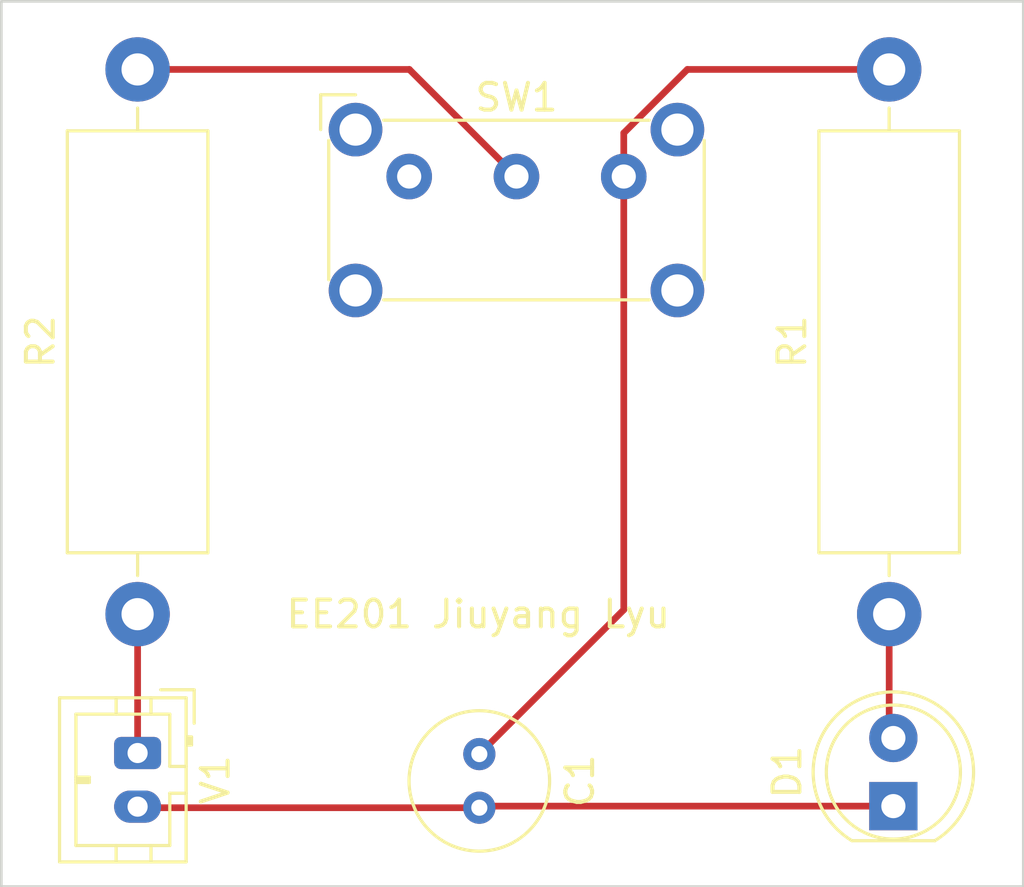
<source format=kicad_pcb>
(kicad_pcb (version 20211014) (generator pcbnew)
  (layers (0 "F.Cu" signal) (31 "B.Cu" signal) (34 "B.Paste" user) (35 "F.Paste" user) (36 "B.SilkS" user "B.Silkscreen") (37 "F.SilkS" user "F.Silkscreen") (38 "B.Mask" user) (39 "F.Mask" user) (44 "Edge.Cuts" user))
  (net 0 "")
  (net 1 "Net-(C1-Pad1)")
  (net 2 "Net-(C1-Pad2)")
  (net 3 "Net-(D1-Pad2)")
  (net 4 "Net-(R2-Pad1)")
  (net 5 "Net-(R2-Pad2)")
  (footprint "Connector_JST:JST_PH_B2B-PH-K_1x02_P2.00mm_Vertical" (layer "F.Cu") (at 134.62 99.16 -90)
    (fp_text reference "V1" (at 1 -2.9 90) (layer "F.SilkS"))
    (fp_text value "9 V")
    (fp_line (start 3.45 2.3) (end 3.45 -1.2) (layer "F.SilkS") (width 0.12))
    (fp_line (start -0.6 -2.01) (end -0.6 -1.81) (layer "F.SilkS") (width 0.12))
    (fp_line (start 4.06 0.8) (end 3.45 0.8) (layer "F.SilkS") (width 0.12))
    (fp_line (start -2.06 -1.81) (end -2.06 2.91) (layer "F.SilkS") (width 0.12))
    (fp_line (start 4.06 -1.81) (end -2.06 -1.81) (layer "F.SilkS") (width 0.12))
    (fp_line (start 1 2.3) (end 1 1.8) (layer "F.SilkS") (width 0.12))
    (fp_line (start 0.5 -1.2) (end -1.45 -1.2) (layer "F.SilkS") (width 0.12))
    (fp_line (start 0.9 1.8) (end 1.1 1.8) (layer "F.SilkS") (width 0.12))
    (fp_line (start -1.45 2.3) (end 3.45 2.3) (layer "F.SilkS") (width 0.12))
    (fp_line (start -2.36 -2.11) (end -2.36 -0.86) (layer "F.SilkS") (width 0.12))
    (fp_line (start 0.9 2.3) (end 0.9 1.8) (layer "F.SilkS") (width 0.12))
    (fp_line (start 4.06 -0.5) (end 3.45 -0.5) (layer "F.SilkS") (width 0.12))
    (fp_line (start 4.06 2.91) (end 4.06 -1.81) (layer "F.SilkS") (width 0.12))
    (fp_line (start -2.06 2.91) (end 4.06 2.91) (layer "F.SilkS") (width 0.12))
    (fp_line (start -1.11 -2.11) (end -2.36 -2.11) (layer "F.SilkS") (width 0.12))
    (fp_line (start -0.3 -2.01) (end -0.6 -2.01) (layer "F.SilkS") (width 0.12))
    (fp_line (start 1.5 -1.2) (end 1.5 -1.81) (layer "F.SilkS") (width 0.12))
    (fp_line (start -2.06 -0.5) (end -1.45 -0.5) (layer "F.SilkS") (width 0.12))
    (fp_line (start -0.3 -1.91) (end -0.6 -1.91) (layer "F.SilkS") (width 0.12))
    (fp_line (start -2.06 0.8) (end -1.45 0.8) (layer "F.SilkS") (width 0.12))
    (fp_line (start 1.1 1.8) (end 1.1 2.3) (layer "F.SilkS") (width 0.12))
    (fp_line (start 0.5 -1.81) (end 0.5 -1.2) (layer "F.SilkS") (width 0.12))
    (fp_line (start 3.45 -1.2) (end 1.5 -1.2) (layer "F.SilkS") (width 0.12))
    (fp_line (start -0.3 -1.81) (end -0.3 -2.01) (layer "F.SilkS") (width 0.12))
    (fp_line (start -1.45 -1.2) (end -1.45 2.3) (layer "F.SilkS") (width 0.12))
    (pad "1" thru_hole roundrect (at 0 0 270) (size 1.2 1.75) (drill 0.75) (layers *.Cu *.Mask) (roundrect_rratio 0.208333) (net 4 "Net-(R2-Pad1)"))
    (pad "2" thru_hole oval (at 2 0 270) (size 1.2 1.75) (drill 0.75) (layers *.Cu *.Mask) (net 2 "Net-(C1-Pad2)"))
  )
  (footprint "Resistor_THT:R_Axial_DIN0516_L15.5mm_D5.0mm_P20.32mm_Horizontal" (layer "F.Cu") (at 162.64 93.98 90)
    (fp_text reference "R1" (at 10.16 -3.62 90) (layer "F.SilkS"))
    (fp_text value "20 kΩ")
    (fp_line (start 18.88 0) (end 18.03 0) (layer "F.SilkS") (width 0.12))
    (fp_line (start 18.03 2.62) (end 18.03 -2.62) (layer "F.SilkS") (width 0.12))
    (fp_line (start 2.29 -2.62) (end 2.29 2.62) (layer "F.SilkS") (width 0.12))
    (fp_line (start 18.03 -2.62) (end 2.29 -2.62) (layer "F.SilkS") (width 0.12))
    (fp_line (start 1.44 0) (end 2.29 0) (layer "F.SilkS") (width 0.12))
    (fp_line (start 2.29 2.62) (end 18.03 2.62) (layer "F.SilkS") (width 0.12))
    (pad "1" thru_hole circle (at 0 0 90) (size 2.4 2.4) (drill 1.2) (layers *.Cu *.Mask) (net 3 "Net-(D1-Pad2)"))
    (pad "2" thru_hole oval (at 20.32 0 90) (size 2.4 2.4) (drill 1.2) (layers *.Cu *.Mask) (net 1 "Net-(C1-Pad1)"))
  )
  (footprint "Button_Switch_THT:SW_E-Switch_EG1224_SPDT_Angled" (layer "F.Cu") (at 144.745 77.655)
    (fp_text reference "SW1" (at 4 -2.95) (layer "F.SilkS"))
    (fp_text value "SW_SPDT")
    (fp_line (start -3 3.85) (end -3 -1.35) (layer "F.SilkS") (width 0.12))
    (fp_line (start -3.3 -3.05) (end -2 -3.05) (layer "F.SilkS") (width 0.12))
    (fp_line (start 11 -1.35) (end 11 3.85) (layer "F.SilkS") (width 0.12))
    (fp_line (start -3.3 -1.75) (end -3.3 -3.05) (layer "F.SilkS") (width 0.12))
    (fp_line (start -0.95 -2.1) (end 8.95 -2.1) (layer "F.SilkS") (width 0.12))
    (fp_line (start 8.95 4.6) (end -0.95 4.6) (layer "F.SilkS") (width 0.12))
    (pad "" thru_hole circle (at 10 -1.75) (size 2 2) (drill 1.2) (layers *.Cu *.Mask))
    (pad "" thru_hole circle (at -2 -1.75) (size 2 2) (drill 1.2) (layers *.Cu *.Mask))
    (pad "" thru_hole circle (at 10 4.25) (size 2 2) (drill 1.2) (layers *.Cu *.Mask))
    (pad "" thru_hole circle (at -2 4.25) (size 2 2) (drill 1.2) (layers *.Cu *.Mask))
    (pad "1" thru_hole circle (at 0 0) (size 1.7 1.7) (drill 0.9) (layers *.Cu *.Mask))
    (pad "2" thru_hole circle (at 4 0) (size 1.7 1.7) (drill 0.9) (layers *.Cu *.Mask) (net 5 "Net-(R2-Pad2)"))
    (pad "3" thru_hole circle (at 8 0) (size 1.7 1.7) (drill 0.9) (layers *.Cu *.Mask) (net 1 "Net-(C1-Pad1)"))
  )
  (footprint "Resistor_THT:R_Axial_DIN0516_L15.5mm_D5.0mm_P20.32mm_Horizontal" (layer "F.Cu") (at 134.62 93.98 90)
    (fp_text reference "R2" (at 10.16 -3.62 90) (layer "F.SilkS"))
    (fp_text value "2.2 kΩ")
    (fp_line (start 18.03 2.62) (end 18.03 -2.62) (layer "F.SilkS") (width 0.12))
    (fp_line (start 1.44 0) (end 2.29 0) (layer "F.SilkS") (width 0.12))
    (fp_line (start 2.29 -2.62) (end 2.29 2.62) (layer "F.SilkS") (width 0.12))
    (fp_line (start 18.03 -2.62) (end 2.29 -2.62) (layer "F.SilkS") (width 0.12))
    (fp_line (start 18.88 0) (end 18.03 0) (layer "F.SilkS") (width 0.12))
    (fp_line (start 2.29 2.62) (end 18.03 2.62) (layer "F.SilkS") (width 0.12))
    (pad "1" thru_hole circle (at 0 0 90) (size 2.4 2.4) (drill 1.2) (layers *.Cu *.Mask) (net 4 "Net-(R2-Pad1)"))
    (pad "2" thru_hole oval (at 20.32 0 90) (size 2.4 2.4) (drill 1.2) (layers *.Cu *.Mask) (net 5 "Net-(R2-Pad2)"))
  )
  (footprint "Capacitor_THT:C_Radial_D5.0mm_H5.0mm_P2.00mm" (layer "F.Cu") (at 147.360016 99.2 -90)
    (fp_text reference "C1" (at 1 -3.75 90) (layer "F.SilkS"))
    (fp_text value "4.7μF")
    (fp_circle (center 1 0) (end 3.62 0) (layer "F.SilkS") (width 0.12) (fill none))
    (pad "1" thru_hole circle (at 0 0 270) (size 1.2 1.2) (drill 0.6) (layers *.Cu *.Mask) (net 1 "Net-(C1-Pad1)"))
    (pad "2" thru_hole circle (at 2 0 270) (size 1.2 1.2) (drill 0.6) (layers *.Cu *.Mask) (net 2 "Net-(C1-Pad2)"))
  )
  (footprint "LED_THT:LED_D5.0mm" (layer "F.Cu") (at 162.796298 101.140064 90)
    (fp_text reference "D1" (at 1.27 -3.96 90) (layer "F.SilkS"))
    (fp_text value "LED")
    (fp_line (start -1.29 -1.545) (end -1.29 1.545) (layer "F.SilkS") (width 0.12))
    (fp_arc (start -1.29 -1.54483) (mid 2.072002 -2.880433) (end 4.26 0.000462) (layer "F.SilkS") (width 0.12))
    (fp_arc (start 4.26 -0.000462) (mid 2.072002 2.880433) (end -1.29 1.54483) (layer "F.SilkS") (width 0.12))
    (fp_circle (center 1.27 0) (end 3.77 0) (layer "F.SilkS") (width 0.12) (fill none))
    (pad "1" thru_hole rect (at 0 0 90) (size 1.8 1.8) (drill 0.9) (layers *.Cu *.Mask) (net 2 "Net-(C1-Pad2)"))
    (pad "2" thru_hole circle (at 2.54 0 90) (size 1.8 1.8) (drill 0.9) (layers *.Cu *.Mask) (net 3 "Net-(D1-Pad2)"))
  )
  (gr_rect (start 129.54 71.12) (end 167.64 104.14) (layer "Edge.Cuts") (width 0.1) (fill none))
  (gr_text "EE201 Jiuyang Lyu" (at 147.32 93.98) (layer "F.SilkS") (effects (font (size 1 1))))
  (segment (start 152.745 76.031167) (end 155.116167 73.66) (width 0.25) (layer "F.Cu") (net 1))
  (segment (start 152.745 77.655) (end 152.745 76.031167) (width 0.25) (layer "F.Cu") (net 1))
  (segment (start 155.116167 73.66) (end 162.64 73.66) (width 0.25) (layer "F.Cu") (net 1))
  (segment (start 152.745 77.655) (end 152.745 93.815016) (width 0.25) (layer "F.Cu") (net 1))
  (segment (start 152.745 93.815016) (end 147.360016 99.2) (width 0.25) (layer "F.Cu") (net 1))
  (segment (start 147.419952 101.140064) (end 147.360016 101.2) (width 0.25) (layer "F.Cu") (net 2))
  (segment (start 147.360016 101.2) (end 134.66 101.2) (width 0.25) (layer "F.Cu") (net 2))
  (segment (start 134.66 101.2) (end 134.62 101.16) (width 0.25) (layer "F.Cu") (net 2))
  (segment (start 162.796298 101.140064) (end 147.419952 101.140064) (width 0.25) (layer "F.Cu") (net 2))
  (segment (start 162.64 93.98) (end 162.64 98.443766) (width 0.25) (layer "F.Cu") (net 3))
  (segment (start 162.64 98.443766) (end 162.796298 98.600064) (width 0.25) (layer "F.Cu") (net 3))
  (segment (start 134.62 99.16) (end 134.62 93.98) (width 0.25) (layer "F.Cu") (net 4))
  (segment (start 134.62 73.66) (end 144.75 73.66) (width 0.25) (layer "F.Cu") (net 5))
  (segment (start 144.75 73.66) (end 148.745 77.655) (width 0.25) (layer "F.Cu") (net 5))
)
</source>
